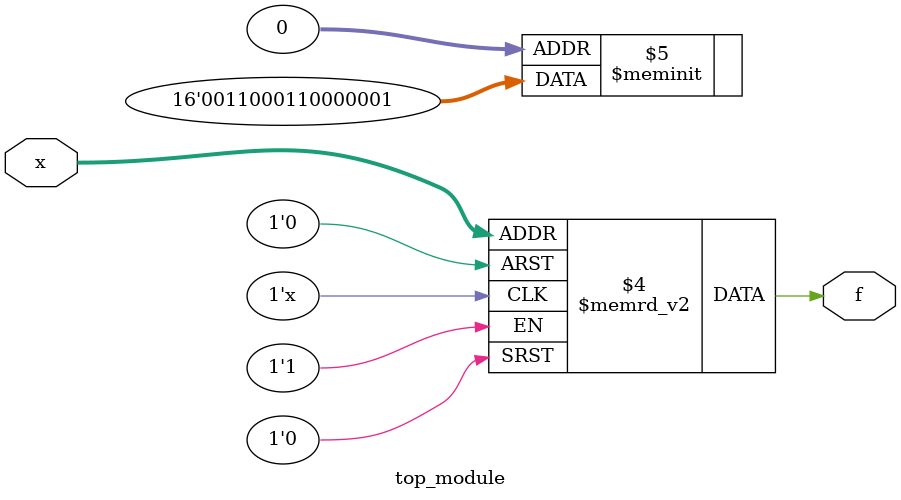
<source format=sv>
module top_module (
    input [4:1] x,
    output logic f
);

always_comb begin
    case ({x[4], x[3], x[2], x[1]})
        4'b0000: f = 1'b1;
        4'b0100: f = 1'b0;
        4'b0101: f = 1'b0;
        4'b0111: f = 1'b1;
        4'b1000: f = 1'b1;
        4'b1001: f = 1'b0;
        4'b1010: f = 1'b0;
        4'b1100: f = 1'b1;
        4'b1101: f = 1'b1;
        default: f = 1'b0;
    endcase
end

endmodule

</source>
